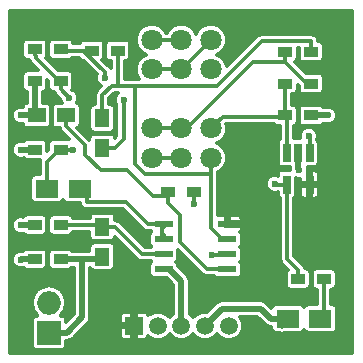
<source format=gtl>
G04 #@! TF.FileFunction,Copper,L1,Top,Signal*
%FSLAX46Y46*%
G04 Gerber Fmt 4.6, Leading zero omitted, Abs format (unit mm)*
G04 Created by KiCad (PCBNEW 4.0.4-1.fc24-product) date Mon Jan 15 09:24:07 2018*
%MOMM*%
%LPD*%
G01*
G04 APERTURE LIST*
%ADD10C,0.100000*%
%ADD11R,1.200000X0.900000*%
%ADD12O,1.998980X1.998980*%
%ADD13R,1.998980X1.998980*%
%ADD14R,1.250000X1.500000*%
%ADD15R,1.500000X1.250000*%
%ADD16R,0.650000X1.560000*%
%ADD17R,1.550000X0.600000*%
%ADD18R,1.500000X1.500000*%
%ADD19C,1.500000*%
%ADD20C,1.800000*%
%ADD21R,1.950720X1.501140*%
%ADD22C,0.600000*%
%ADD23C,0.300000*%
%ADD24C,0.500000*%
G04 APERTURE END LIST*
D10*
D11*
X164100000Y-115250000D03*
X161900000Y-115250000D03*
D12*
X140800000Y-117260000D03*
D13*
X140800000Y-119800000D03*
D14*
X145300000Y-110850000D03*
X145300000Y-113350000D03*
X145300000Y-101650000D03*
X145300000Y-104150000D03*
D15*
X142250000Y-101400000D03*
X139750000Y-101400000D03*
D11*
X139575000Y-113575000D03*
X141775000Y-113575000D03*
X139575000Y-110675000D03*
X141775000Y-110675000D03*
X139600000Y-104300000D03*
X141800000Y-104300000D03*
X150900000Y-107900000D03*
X153100000Y-107900000D03*
X141800000Y-95800000D03*
X139600000Y-95800000D03*
X139600000Y-98500000D03*
X141800000Y-98500000D03*
X146600000Y-95900000D03*
X144400000Y-95900000D03*
X160800000Y-96000000D03*
X163000000Y-96000000D03*
X160800000Y-98700000D03*
X163000000Y-98700000D03*
X160800000Y-101400000D03*
X163000000Y-101400000D03*
D16*
X162850000Y-104550000D03*
X161900000Y-104550000D03*
X160950000Y-104550000D03*
X160950000Y-107250000D03*
X162850000Y-107250000D03*
D17*
X150500000Y-110595000D03*
X150500000Y-111865000D03*
X150500000Y-113135000D03*
X150500000Y-114405000D03*
X155900000Y-114405000D03*
X155900000Y-113135000D03*
X155900000Y-111865000D03*
X155900000Y-110595000D03*
D18*
X148000000Y-119200000D03*
D19*
X150000000Y-119200000D03*
X152000000Y-119200000D03*
X154000000Y-119200000D03*
X156000000Y-119200000D03*
D20*
X154500000Y-105000000D03*
X152000000Y-105000000D03*
X149500000Y-105000000D03*
X149500000Y-95000000D03*
X152000000Y-95000000D03*
X154500000Y-95000000D03*
X149500000Y-97500000D03*
X152000000Y-97500000D03*
X154500000Y-97500000D03*
X149500000Y-102500000D03*
X152000000Y-102500000D03*
X154500000Y-102500000D03*
D21*
X143374140Y-107600000D03*
X140625860Y-107600000D03*
X161025860Y-118600000D03*
X163774140Y-118600000D03*
D22*
X147100000Y-100100000D03*
X138399998Y-110700000D03*
X138400000Y-113600000D03*
X164400000Y-101400000D03*
X138400000Y-101400000D03*
X138400000Y-104300000D03*
X162000000Y-106000000D03*
X153100000Y-108899994D03*
X145496600Y-98216200D03*
X154600000Y-113200000D03*
X142500000Y-99900000D03*
X142800000Y-104299994D03*
X162800000Y-103100000D03*
X159900000Y-107200000D03*
D23*
X145200000Y-110750000D02*
X145300000Y-110850000D01*
X145200000Y-110600000D02*
X145200000Y-110750000D01*
X145125000Y-110675000D02*
X145200000Y-110600000D01*
X141775000Y-110675000D02*
X145125000Y-110675000D01*
X148660000Y-113135000D02*
X150500000Y-113135000D01*
X146375000Y-110850000D02*
X148660000Y-113135000D01*
X145300000Y-110850000D02*
X146375000Y-110850000D01*
D24*
X141775000Y-113575000D02*
X143600000Y-113575000D01*
X143600000Y-113575000D02*
X145225000Y-113575000D01*
X140800000Y-119800000D02*
X142299490Y-119800000D01*
X142299490Y-119800000D02*
X143600000Y-118499490D01*
X143600000Y-118499490D02*
X143600000Y-113575000D01*
X145350000Y-113350000D02*
X145300000Y-113350000D01*
X145400000Y-113400000D02*
X145350000Y-113350000D01*
X145225000Y-113575000D02*
X145400000Y-113400000D01*
D23*
X144000000Y-108750000D02*
X144000000Y-107500000D01*
X147330000Y-108750000D02*
X144000000Y-108750000D01*
X149175000Y-110595000D02*
X147330000Y-108750000D01*
X150400000Y-110595000D02*
X149175000Y-110595000D01*
X150400000Y-110912000D02*
X150400000Y-110595000D01*
X150500000Y-110812000D02*
X150500000Y-110595000D01*
X150400000Y-110912000D02*
X150500000Y-110812000D01*
X150500000Y-111489000D02*
X150500000Y-111865000D01*
X150400000Y-111389000D02*
X150500000Y-111489000D01*
X150400000Y-111865000D02*
X150400000Y-111389000D01*
X150400000Y-111389000D02*
X150400000Y-110912000D01*
X160812300Y-96912600D02*
X159512600Y-96912600D01*
X159512600Y-96912600D02*
X159500000Y-96900000D01*
X159500000Y-96900000D02*
X158101998Y-96900000D01*
X158101998Y-96900000D02*
X152501998Y-102500000D01*
X152501998Y-102500000D02*
X152000000Y-102500000D01*
X152000000Y-102500000D02*
X149500000Y-102500000D01*
X160800000Y-96900300D02*
X160800000Y-96000000D01*
X160812300Y-96912600D02*
X160800000Y-96900300D01*
X162600000Y-98700000D02*
X160812300Y-96912600D01*
X163000000Y-98700000D02*
X162600000Y-98700000D01*
X155900000Y-111865000D02*
X155425000Y-111865000D01*
X155425000Y-111865000D02*
X154500000Y-110940000D01*
X154500000Y-110940000D02*
X154500000Y-106300000D01*
X154500000Y-106300000D02*
X154412300Y-106387700D01*
X154412300Y-106387700D02*
X148960200Y-106387700D01*
X148960200Y-106387700D02*
X148100000Y-105527500D01*
X148100000Y-105527500D02*
X148100000Y-98900000D01*
X163000000Y-96000000D02*
X163000000Y-95099700D01*
X163000000Y-95099700D02*
X158841200Y-95099700D01*
X158841200Y-95099700D02*
X155040900Y-98900000D01*
X155040900Y-98900000D02*
X148100000Y-98900000D01*
X147000000Y-98900000D02*
X148100000Y-98900000D01*
X147000000Y-98900000D02*
X146600000Y-98900000D01*
X146600000Y-98900000D02*
X146600000Y-95900000D01*
X145300000Y-101650000D02*
X145300000Y-99700000D01*
X145300000Y-99700000D02*
X146100000Y-98900000D01*
X146100000Y-98900000D02*
X147000000Y-98900000D01*
X154500000Y-106300000D02*
X154500000Y-105868100D01*
X154500000Y-105868100D02*
X154500000Y-105000000D01*
X149500000Y-97303200D02*
X149696800Y-97500000D01*
X149696800Y-97500000D02*
X151901600Y-97500000D01*
X151901600Y-97500000D02*
X152000000Y-97401600D01*
X145300000Y-104150000D02*
X146350000Y-104150000D01*
X146350000Y-104150000D02*
X147100000Y-103400000D01*
X147100000Y-103400000D02*
X147100000Y-100100000D01*
X149500000Y-97303200D02*
X149500000Y-97500000D01*
X152000000Y-97401600D02*
X152000000Y-97500000D01*
X152098400Y-97401600D02*
X154500000Y-95000000D01*
X152000000Y-97401600D02*
X152098400Y-97401600D01*
X149500000Y-97106400D02*
X149500000Y-97303200D01*
X142250000Y-102325000D02*
X142250000Y-101400000D01*
X143850000Y-103925000D02*
X142250000Y-102325000D01*
X143850000Y-104728000D02*
X143850000Y-103925000D01*
X145159000Y-106037000D02*
X143850000Y-104728000D01*
X147413000Y-106037000D02*
X145159000Y-106037000D01*
X149569000Y-108193000D02*
X147413000Y-106037000D01*
X150900000Y-108193000D02*
X149569000Y-108193000D01*
X150900000Y-107900000D02*
X150900000Y-108193000D01*
X154195000Y-114405000D02*
X155900000Y-114405000D01*
X151900000Y-112110000D02*
X154195000Y-114405000D01*
X151900000Y-109800000D02*
X151900000Y-112110000D01*
X150900000Y-108800000D02*
X151900000Y-109800000D01*
X150900000Y-108193000D02*
X150900000Y-108800000D01*
D24*
X138424998Y-110675000D02*
X138399998Y-110700000D01*
X139575000Y-110675000D02*
X138424998Y-110675000D01*
X138425000Y-113575000D02*
X138400000Y-113600000D01*
X139575000Y-113575000D02*
X138425000Y-113575000D01*
X163000000Y-101400000D02*
X164400000Y-101400000D01*
X139600000Y-101400000D02*
X139600000Y-98500000D01*
X139750000Y-101550000D02*
X139600000Y-101400000D01*
X139750000Y-101400000D02*
X139750000Y-101550000D01*
X138500000Y-104300000D02*
X138400000Y-104300000D01*
X139750000Y-101400000D02*
X139600000Y-101400000D01*
X139600000Y-101400000D02*
X138400000Y-101400000D01*
X139600000Y-104300000D02*
X138924000Y-104300000D01*
X138924000Y-104300000D02*
X138500000Y-104300000D01*
X138924000Y-104300000D02*
X138500000Y-104300000D01*
X138500000Y-104300000D02*
X138400000Y-104300000D01*
X154000000Y-119200000D02*
X155450000Y-117750000D01*
X155450000Y-117750000D02*
X158700500Y-117750000D01*
X158700500Y-117750000D02*
X159550500Y-118600000D01*
X159550500Y-118600000D02*
X161025860Y-118600000D01*
X160500000Y-118400000D02*
X160500000Y-119200000D01*
D23*
X164100000Y-115250000D02*
X164100000Y-118274140D01*
X164100000Y-118274140D02*
X163774140Y-118600000D01*
X164500000Y-118400000D02*
X164400000Y-118400000D01*
D24*
X162000000Y-106000000D02*
X161900000Y-105900000D01*
X161900000Y-105900000D02*
X161900000Y-104550000D01*
X152000000Y-119200000D02*
X152000000Y-115430000D01*
X152000000Y-115430000D02*
X150975000Y-114405000D01*
X150975000Y-114405000D02*
X150500000Y-114405000D01*
X150400000Y-114405000D02*
X150500000Y-114405000D01*
D23*
X153100000Y-107900000D02*
X153100000Y-108899994D01*
X160800000Y-101400000D02*
X160950000Y-101550000D01*
X160950000Y-101550000D02*
X160950000Y-104550000D01*
X160450000Y-101500000D02*
X155500000Y-101500000D01*
X155500000Y-101500000D02*
X154500000Y-102500000D01*
X160800000Y-101400000D02*
X160800000Y-98700000D01*
X149500000Y-105000000D02*
X152000000Y-105000000D01*
X144400000Y-95900000D02*
X143672000Y-95900000D01*
X141900000Y-95800000D02*
X141800000Y-95800000D01*
X142000000Y-95900000D02*
X141900000Y-95800000D01*
X143672000Y-95900000D02*
X142000000Y-95900000D01*
X145496600Y-97724600D02*
X145496600Y-98216200D01*
X143672000Y-95900000D02*
X145496600Y-97724600D01*
X152000000Y-95000000D02*
X149500000Y-95000000D01*
X141800000Y-99200000D02*
X141800000Y-98500000D01*
X142500000Y-99900000D02*
X141800000Y-99200000D01*
X141800000Y-98650000D02*
X141800000Y-98500000D01*
X139700000Y-96550000D02*
X141800000Y-98650000D01*
X139700000Y-96400000D02*
X139700000Y-96550000D01*
X139600000Y-96300000D02*
X139700000Y-96400000D01*
X139600000Y-95800000D02*
X139600000Y-96300000D01*
X155800000Y-113135000D02*
X155768000Y-113168000D01*
X155735000Y-113200000D02*
X154600000Y-113200000D01*
X155768000Y-113168000D02*
X155735000Y-113200000D01*
X155868000Y-113168000D02*
X155900000Y-113135000D01*
X155768000Y-113168000D02*
X155868000Y-113168000D01*
X140625860Y-107600000D02*
X140625860Y-105324140D01*
X140625860Y-105324140D02*
X141650000Y-104300000D01*
X141650000Y-104300000D02*
X141800000Y-104300000D01*
X142799994Y-104300000D02*
X142800000Y-104299994D01*
X141800000Y-104300000D02*
X142799994Y-104300000D01*
X161900000Y-115250000D02*
X161900000Y-114500000D01*
X161900000Y-114500000D02*
X160950000Y-113550000D01*
X160950000Y-113550000D02*
X160950000Y-107250000D01*
X160950000Y-107250000D02*
X159950000Y-107250000D01*
X159950000Y-107250000D02*
X159900000Y-107200000D01*
X162850000Y-103150000D02*
X162800000Y-103100000D01*
X162850000Y-104550000D02*
X162850000Y-103150000D01*
X162850000Y-104550000D02*
X162850000Y-104750000D01*
X162850000Y-104750000D02*
X162900000Y-104800000D01*
G36*
X166475000Y-121475000D02*
X137525000Y-121475000D01*
X137525000Y-118800510D01*
X139341694Y-118800510D01*
X139341694Y-120799490D01*
X139373072Y-120966250D01*
X139471627Y-121119409D01*
X139622005Y-121222158D01*
X139800510Y-121258306D01*
X141799490Y-121258306D01*
X141966250Y-121226928D01*
X142119409Y-121128373D01*
X142222158Y-120977995D01*
X142258306Y-120799490D01*
X142258306Y-120500000D01*
X142299490Y-120500000D01*
X142567369Y-120446716D01*
X142794465Y-120294975D01*
X143626940Y-119462500D01*
X146800000Y-119462500D01*
X146800000Y-120039510D01*
X146868508Y-120204904D01*
X146995095Y-120331491D01*
X147160489Y-120400000D01*
X147737500Y-120400000D01*
X147850000Y-120287500D01*
X147850000Y-119350000D01*
X146912500Y-119350000D01*
X146800000Y-119462500D01*
X143626940Y-119462500D01*
X144094975Y-118994465D01*
X144246716Y-118767369D01*
X144300000Y-118499490D01*
X144300000Y-118360490D01*
X146800000Y-118360490D01*
X146800000Y-118937500D01*
X146912500Y-119050000D01*
X147850000Y-119050000D01*
X147850000Y-118112500D01*
X147737500Y-118000000D01*
X147160489Y-118000000D01*
X146995095Y-118068509D01*
X146868508Y-118195096D01*
X146800000Y-118360490D01*
X144300000Y-118360490D01*
X144300000Y-114348251D01*
X144346117Y-114419919D01*
X144496495Y-114522668D01*
X144675000Y-114558816D01*
X145925000Y-114558816D01*
X146091760Y-114527438D01*
X146244919Y-114428883D01*
X146347668Y-114278505D01*
X146383816Y-114100000D01*
X146383816Y-112600000D01*
X146352438Y-112433240D01*
X146253883Y-112280081D01*
X146103505Y-112177332D01*
X145925000Y-112141184D01*
X144675000Y-112141184D01*
X144508240Y-112172562D01*
X144355081Y-112271117D01*
X144252332Y-112421495D01*
X144216184Y-112600000D01*
X144216184Y-112875000D01*
X142748875Y-112875000D01*
X142703883Y-112805081D01*
X142553505Y-112702332D01*
X142375000Y-112666184D01*
X141175000Y-112666184D01*
X141008240Y-112697562D01*
X140855081Y-112796117D01*
X140752332Y-112946495D01*
X140716184Y-113125000D01*
X140716184Y-114025000D01*
X140747562Y-114191760D01*
X140846117Y-114344919D01*
X140996495Y-114447668D01*
X141175000Y-114483816D01*
X142375000Y-114483816D01*
X142541760Y-114452438D01*
X142694919Y-114353883D01*
X142748818Y-114275000D01*
X142900000Y-114275000D01*
X142900000Y-118209540D01*
X142258306Y-118851234D01*
X142258306Y-118800510D01*
X142226928Y-118633750D01*
X142128373Y-118480591D01*
X141977995Y-118377842D01*
X141799490Y-118341694D01*
X141782511Y-118341694D01*
X141824944Y-118313341D01*
X142139154Y-117843093D01*
X142249490Y-117288397D01*
X142249490Y-117231603D01*
X142139154Y-116676907D01*
X141824944Y-116206659D01*
X141354696Y-115892449D01*
X140800000Y-115782113D01*
X140245304Y-115892449D01*
X139775056Y-116206659D01*
X139460846Y-116676907D01*
X139350510Y-117231603D01*
X139350510Y-117288397D01*
X139460846Y-117843093D01*
X139775056Y-118313341D01*
X139817489Y-118341694D01*
X139800510Y-118341694D01*
X139633750Y-118373072D01*
X139480591Y-118471627D01*
X139377842Y-118622005D01*
X139341694Y-118800510D01*
X137525000Y-118800510D01*
X137525000Y-113748530D01*
X137649870Y-113748530D01*
X137763811Y-114024286D01*
X137974605Y-114235448D01*
X138250161Y-114349869D01*
X138548530Y-114350130D01*
X138628269Y-114317182D01*
X138646117Y-114344919D01*
X138796495Y-114447668D01*
X138975000Y-114483816D01*
X140175000Y-114483816D01*
X140341760Y-114452438D01*
X140494919Y-114353883D01*
X140597668Y-114203505D01*
X140633816Y-114025000D01*
X140633816Y-113125000D01*
X140602438Y-112958240D01*
X140503883Y-112805081D01*
X140353505Y-112702332D01*
X140175000Y-112666184D01*
X138975000Y-112666184D01*
X138808240Y-112697562D01*
X138655081Y-112796117D01*
X138603072Y-112872235D01*
X138549839Y-112850131D01*
X138251470Y-112849870D01*
X137975714Y-112963811D01*
X137764552Y-113174605D01*
X137650131Y-113450161D01*
X137649870Y-113748530D01*
X137525000Y-113748530D01*
X137525000Y-110848530D01*
X137649868Y-110848530D01*
X137763809Y-111124286D01*
X137974603Y-111335448D01*
X138250159Y-111449869D01*
X138548528Y-111450130D01*
X138628269Y-111417182D01*
X138646117Y-111444919D01*
X138796495Y-111547668D01*
X138975000Y-111583816D01*
X140175000Y-111583816D01*
X140341760Y-111552438D01*
X140494919Y-111453883D01*
X140597668Y-111303505D01*
X140633816Y-111125000D01*
X140633816Y-110225000D01*
X140602438Y-110058240D01*
X140503883Y-109905081D01*
X140353505Y-109802332D01*
X140175000Y-109766184D01*
X138975000Y-109766184D01*
X138808240Y-109797562D01*
X138655081Y-109896117D01*
X138603071Y-109972236D01*
X138549837Y-109950131D01*
X138251468Y-109949870D01*
X137975712Y-110063811D01*
X137764550Y-110274605D01*
X137650129Y-110550161D01*
X137649868Y-110848530D01*
X137525000Y-110848530D01*
X137525000Y-101548530D01*
X137649870Y-101548530D01*
X137763811Y-101824286D01*
X137974605Y-102035448D01*
X138250161Y-102149869D01*
X138548530Y-102150130D01*
X138563560Y-102143920D01*
X138572562Y-102191760D01*
X138671117Y-102344919D01*
X138821495Y-102447668D01*
X139000000Y-102483816D01*
X140500000Y-102483816D01*
X140666760Y-102452438D01*
X140819919Y-102353883D01*
X140922668Y-102203505D01*
X140958816Y-102025000D01*
X140958816Y-100775000D01*
X140927438Y-100608240D01*
X140828883Y-100455081D01*
X140678505Y-100352332D01*
X140500000Y-100316184D01*
X140300000Y-100316184D01*
X140300000Y-99390000D01*
X140366760Y-99377438D01*
X140519919Y-99278883D01*
X140622668Y-99128505D01*
X140658816Y-98950000D01*
X140658816Y-98357344D01*
X140741184Y-98439712D01*
X140741184Y-98950000D01*
X140772562Y-99116760D01*
X140871117Y-99269919D01*
X141021495Y-99372668D01*
X141200000Y-99408816D01*
X141241536Y-99408816D01*
X141245672Y-99429610D01*
X141375736Y-99624264D01*
X141749914Y-99998442D01*
X141749870Y-100048530D01*
X141860463Y-100316184D01*
X141500000Y-100316184D01*
X141333240Y-100347562D01*
X141180081Y-100446117D01*
X141077332Y-100596495D01*
X141041184Y-100775000D01*
X141041184Y-102025000D01*
X141072562Y-102191760D01*
X141171117Y-102344919D01*
X141321495Y-102447668D01*
X141500000Y-102483816D01*
X141681590Y-102483816D01*
X141695672Y-102554610D01*
X141825736Y-102749264D01*
X142484836Y-103408364D01*
X142400000Y-103391184D01*
X141200000Y-103391184D01*
X141033240Y-103422562D01*
X140880081Y-103521117D01*
X140777332Y-103671495D01*
X140741184Y-103850000D01*
X140741184Y-104360288D01*
X140658816Y-104442656D01*
X140658816Y-103850000D01*
X140627438Y-103683240D01*
X140528883Y-103530081D01*
X140378505Y-103427332D01*
X140200000Y-103391184D01*
X139000000Y-103391184D01*
X138833240Y-103422562D01*
X138680081Y-103521117D01*
X138635853Y-103585847D01*
X138549839Y-103550131D01*
X138251470Y-103549870D01*
X137975714Y-103663811D01*
X137764552Y-103874605D01*
X137650131Y-104150161D01*
X137649870Y-104448530D01*
X137763811Y-104724286D01*
X137974605Y-104935448D01*
X138250161Y-105049869D01*
X138548530Y-105050130D01*
X138635310Y-105014273D01*
X138671117Y-105069919D01*
X138821495Y-105172668D01*
X139000000Y-105208816D01*
X140048799Y-105208816D01*
X140025860Y-105324140D01*
X140025860Y-106390614D01*
X139650500Y-106390614D01*
X139483740Y-106421992D01*
X139330581Y-106520547D01*
X139227832Y-106670925D01*
X139191684Y-106849430D01*
X139191684Y-108350570D01*
X139223062Y-108517330D01*
X139321617Y-108670489D01*
X139471995Y-108773238D01*
X139650500Y-108809386D01*
X141601220Y-108809386D01*
X141767980Y-108778008D01*
X141921139Y-108679453D01*
X142000719Y-108562984D01*
X142069897Y-108670489D01*
X142220275Y-108773238D01*
X142398780Y-108809386D01*
X143411813Y-108809386D01*
X143445672Y-108979610D01*
X143575736Y-109174264D01*
X143770390Y-109304328D01*
X144000000Y-109350000D01*
X147081472Y-109350000D01*
X148750736Y-111019264D01*
X148945390Y-111149328D01*
X149175000Y-111195000D01*
X149383299Y-111195000D01*
X149396117Y-111214919D01*
X149416442Y-111228806D01*
X149405081Y-111236117D01*
X149302332Y-111386495D01*
X149266184Y-111565000D01*
X149266184Y-112165000D01*
X149297562Y-112331760D01*
X149396117Y-112484919D01*
X149416442Y-112498806D01*
X149405081Y-112506117D01*
X149385346Y-112535000D01*
X148908528Y-112535000D01*
X146799264Y-110425736D01*
X146604610Y-110295672D01*
X146383816Y-110251754D01*
X146383816Y-110100000D01*
X146352438Y-109933240D01*
X146253883Y-109780081D01*
X146103505Y-109677332D01*
X145925000Y-109641184D01*
X144675000Y-109641184D01*
X144508240Y-109672562D01*
X144355081Y-109771117D01*
X144252332Y-109921495D01*
X144221247Y-110075000D01*
X142805592Y-110075000D01*
X142802438Y-110058240D01*
X142703883Y-109905081D01*
X142553505Y-109802332D01*
X142375000Y-109766184D01*
X141175000Y-109766184D01*
X141008240Y-109797562D01*
X140855081Y-109896117D01*
X140752332Y-110046495D01*
X140716184Y-110225000D01*
X140716184Y-111125000D01*
X140747562Y-111291760D01*
X140846117Y-111444919D01*
X140996495Y-111547668D01*
X141175000Y-111583816D01*
X142375000Y-111583816D01*
X142541760Y-111552438D01*
X142694919Y-111453883D01*
X142797668Y-111303505D01*
X142803440Y-111275000D01*
X144216184Y-111275000D01*
X144216184Y-111600000D01*
X144247562Y-111766760D01*
X144346117Y-111919919D01*
X144496495Y-112022668D01*
X144675000Y-112058816D01*
X145925000Y-112058816D01*
X146091760Y-112027438D01*
X146244919Y-111928883D01*
X146347668Y-111778505D01*
X146365739Y-111689267D01*
X148235736Y-113559264D01*
X148430390Y-113689328D01*
X148660000Y-113735000D01*
X149383299Y-113735000D01*
X149396117Y-113754919D01*
X149416442Y-113768806D01*
X149405081Y-113776117D01*
X149302332Y-113926495D01*
X149266184Y-114105000D01*
X149266184Y-114705000D01*
X149297562Y-114871760D01*
X149396117Y-115024919D01*
X149546495Y-115127668D01*
X149725000Y-115163816D01*
X150743866Y-115163816D01*
X151300000Y-115719950D01*
X151300000Y-118203203D01*
X150999735Y-118502943D01*
X150680633Y-118183283D01*
X150239742Y-118000209D01*
X149762353Y-117999793D01*
X149321143Y-118182097D01*
X149183161Y-118319838D01*
X149131492Y-118195096D01*
X149004905Y-118068509D01*
X148839511Y-118000000D01*
X148262500Y-118000000D01*
X148150000Y-118112500D01*
X148150000Y-119050000D01*
X148170000Y-119050000D01*
X148170000Y-119350000D01*
X148150000Y-119350000D01*
X148150000Y-120287500D01*
X148262500Y-120400000D01*
X148839511Y-120400000D01*
X149004905Y-120331491D01*
X149131492Y-120204904D01*
X149183129Y-120080241D01*
X149319367Y-120216717D01*
X149760258Y-120399791D01*
X150237647Y-120400207D01*
X150678857Y-120217903D01*
X151000265Y-119897057D01*
X151319367Y-120216717D01*
X151760258Y-120399791D01*
X152237647Y-120400207D01*
X152678857Y-120217903D01*
X153000265Y-119897057D01*
X153319367Y-120216717D01*
X153760258Y-120399791D01*
X154237647Y-120400207D01*
X154678857Y-120217903D01*
X155000265Y-119897057D01*
X155319367Y-120216717D01*
X155760258Y-120399791D01*
X156237647Y-120400207D01*
X156678857Y-120217903D01*
X157016717Y-119880633D01*
X157199791Y-119439742D01*
X157200207Y-118962353D01*
X157017903Y-118521143D01*
X156946884Y-118450000D01*
X158410550Y-118450000D01*
X159055523Y-119094972D01*
X159055525Y-119094975D01*
X159132198Y-119146206D01*
X159282621Y-119246716D01*
X159550500Y-119300001D01*
X159550505Y-119300000D01*
X159591684Y-119300000D01*
X159591684Y-119350570D01*
X159623062Y-119517330D01*
X159721617Y-119670489D01*
X159871995Y-119773238D01*
X160050500Y-119809386D01*
X160176254Y-119809386D01*
X160232122Y-119846716D01*
X160500000Y-119900000D01*
X160767878Y-119846716D01*
X160823746Y-119809386D01*
X162001220Y-119809386D01*
X162167980Y-119778008D01*
X162321139Y-119679453D01*
X162400719Y-119562984D01*
X162469897Y-119670489D01*
X162620275Y-119773238D01*
X162798780Y-119809386D01*
X164749500Y-119809386D01*
X164916260Y-119778008D01*
X165069419Y-119679453D01*
X165172168Y-119529075D01*
X165208316Y-119350570D01*
X165208316Y-117849430D01*
X165176938Y-117682670D01*
X165078383Y-117529511D01*
X164928005Y-117426762D01*
X164749500Y-117390614D01*
X164700000Y-117390614D01*
X164700000Y-116158816D01*
X164866760Y-116127438D01*
X165019919Y-116028883D01*
X165122668Y-115878505D01*
X165158816Y-115700000D01*
X165158816Y-114800000D01*
X165127438Y-114633240D01*
X165028883Y-114480081D01*
X164878505Y-114377332D01*
X164700000Y-114341184D01*
X163500000Y-114341184D01*
X163333240Y-114372562D01*
X163180081Y-114471117D01*
X163077332Y-114621495D01*
X163041184Y-114800000D01*
X163041184Y-115700000D01*
X163072562Y-115866760D01*
X163171117Y-116019919D01*
X163321495Y-116122668D01*
X163500000Y-116158816D01*
X163500000Y-117390614D01*
X162798780Y-117390614D01*
X162632020Y-117421992D01*
X162478861Y-117520547D01*
X162399281Y-117637016D01*
X162330103Y-117529511D01*
X162179725Y-117426762D01*
X162001220Y-117390614D01*
X160050500Y-117390614D01*
X159883740Y-117421992D01*
X159730581Y-117520547D01*
X159627832Y-117670925D01*
X159625061Y-117684611D01*
X159195475Y-117255025D01*
X158968379Y-117103284D01*
X158700500Y-117050000D01*
X155450005Y-117050000D01*
X155450000Y-117049999D01*
X155182121Y-117103284D01*
X154955025Y-117255025D01*
X154209867Y-118000183D01*
X153762353Y-117999793D01*
X153321143Y-118182097D01*
X152999735Y-118502943D01*
X152700000Y-118202684D01*
X152700000Y-115430000D01*
X152646716Y-115162122D01*
X152646716Y-115162121D01*
X152494975Y-114935025D01*
X151733816Y-114173866D01*
X151733816Y-114105000D01*
X151702438Y-113938240D01*
X151603883Y-113785081D01*
X151583558Y-113771194D01*
X151594919Y-113763883D01*
X151697668Y-113613505D01*
X151733816Y-113435000D01*
X151733816Y-112835000D01*
X151723929Y-112782457D01*
X153770736Y-114829264D01*
X153965390Y-114959328D01*
X154195000Y-115005000D01*
X154783299Y-115005000D01*
X154796117Y-115024919D01*
X154946495Y-115127668D01*
X155125000Y-115163816D01*
X156675000Y-115163816D01*
X156841760Y-115132438D01*
X156994919Y-115033883D01*
X157097668Y-114883505D01*
X157133816Y-114705000D01*
X157133816Y-114105000D01*
X157102438Y-113938240D01*
X157003883Y-113785081D01*
X156983558Y-113771194D01*
X156994919Y-113763883D01*
X157097668Y-113613505D01*
X157133816Y-113435000D01*
X157133816Y-112835000D01*
X157102438Y-112668240D01*
X157003883Y-112515081D01*
X156983558Y-112501194D01*
X156994919Y-112493883D01*
X157097668Y-112343505D01*
X157133816Y-112165000D01*
X157133816Y-111565000D01*
X157102438Y-111398240D01*
X157003883Y-111245081D01*
X156978594Y-111227802D01*
X157056492Y-111149904D01*
X157125000Y-110984510D01*
X157125000Y-110857500D01*
X157012500Y-110745000D01*
X156050000Y-110745000D01*
X156050000Y-110765000D01*
X155750000Y-110765000D01*
X155750000Y-110745000D01*
X155730000Y-110745000D01*
X155730000Y-110445000D01*
X155750000Y-110445000D01*
X155750000Y-109957500D01*
X156050000Y-109957500D01*
X156050000Y-110445000D01*
X157012500Y-110445000D01*
X157125000Y-110332500D01*
X157125000Y-110205490D01*
X157056492Y-110040096D01*
X156929905Y-109913509D01*
X156764511Y-109845000D01*
X156162500Y-109845000D01*
X156050000Y-109957500D01*
X155750000Y-109957500D01*
X155637500Y-109845000D01*
X155100000Y-109845000D01*
X155100000Y-106212787D01*
X155263715Y-106145142D01*
X155643807Y-105765712D01*
X155849765Y-105269710D01*
X155850234Y-104732647D01*
X155645142Y-104236285D01*
X155265712Y-103856193D01*
X155009955Y-103749993D01*
X155263715Y-103645142D01*
X155643807Y-103265712D01*
X155849765Y-102769710D01*
X155850234Y-102232647D01*
X155795426Y-102100000D01*
X159826125Y-102100000D01*
X159871117Y-102169919D01*
X160021495Y-102272668D01*
X160200000Y-102308816D01*
X160350000Y-102308816D01*
X160350000Y-103412212D01*
X160305081Y-103441117D01*
X160202332Y-103591495D01*
X160166184Y-103770000D01*
X160166184Y-105330000D01*
X160197562Y-105496760D01*
X160296117Y-105649919D01*
X160446495Y-105752668D01*
X160625000Y-105788816D01*
X161200000Y-105788816D01*
X161200000Y-105900000D01*
X161222116Y-106011184D01*
X160625000Y-106011184D01*
X160458240Y-106042562D01*
X160305081Y-106141117D01*
X160202332Y-106291495D01*
X160166184Y-106470000D01*
X160166184Y-106498442D01*
X160049839Y-106450131D01*
X159751470Y-106449870D01*
X159475714Y-106563811D01*
X159264552Y-106774605D01*
X159150131Y-107050161D01*
X159149870Y-107348530D01*
X159263811Y-107624286D01*
X159474605Y-107835448D01*
X159750161Y-107949869D01*
X160048530Y-107950130D01*
X160166184Y-107901516D01*
X160166184Y-108030000D01*
X160197562Y-108196760D01*
X160296117Y-108349919D01*
X160350000Y-108386736D01*
X160350000Y-113550000D01*
X160395672Y-113779610D01*
X160525736Y-113974264D01*
X161005946Y-114454474D01*
X160980081Y-114471117D01*
X160877332Y-114621495D01*
X160841184Y-114800000D01*
X160841184Y-115700000D01*
X160872562Y-115866760D01*
X160971117Y-116019919D01*
X161121495Y-116122668D01*
X161300000Y-116158816D01*
X162500000Y-116158816D01*
X162666760Y-116127438D01*
X162819919Y-116028883D01*
X162922668Y-115878505D01*
X162958816Y-115700000D01*
X162958816Y-114800000D01*
X162927438Y-114633240D01*
X162828883Y-114480081D01*
X162678505Y-114377332D01*
X162500000Y-114341184D01*
X162468410Y-114341184D01*
X162454328Y-114270390D01*
X162324264Y-114075736D01*
X161550000Y-113301472D01*
X161550000Y-108387788D01*
X161594919Y-108358883D01*
X161697668Y-108208505D01*
X161733816Y-108030000D01*
X161733816Y-107512500D01*
X162075000Y-107512500D01*
X162075000Y-108119511D01*
X162143509Y-108284905D01*
X162270096Y-108411492D01*
X162435490Y-108480000D01*
X162587500Y-108480000D01*
X162700000Y-108367500D01*
X162700000Y-107400000D01*
X163000000Y-107400000D01*
X163000000Y-108367500D01*
X163112500Y-108480000D01*
X163264510Y-108480000D01*
X163429904Y-108411492D01*
X163556491Y-108284905D01*
X163625000Y-108119511D01*
X163625000Y-107512500D01*
X163512500Y-107400000D01*
X163000000Y-107400000D01*
X162700000Y-107400000D01*
X162187500Y-107400000D01*
X162075000Y-107512500D01*
X161733816Y-107512500D01*
X161733816Y-106701558D01*
X161850161Y-106749869D01*
X162075000Y-106750066D01*
X162075000Y-106987500D01*
X162187500Y-107100000D01*
X162700000Y-107100000D01*
X162700000Y-106269937D01*
X162749869Y-106149839D01*
X162749884Y-106132500D01*
X163000000Y-106132500D01*
X163000000Y-107100000D01*
X163512500Y-107100000D01*
X163625000Y-106987500D01*
X163625000Y-106380489D01*
X163556491Y-106215095D01*
X163429904Y-106088508D01*
X163264510Y-106020000D01*
X163112500Y-106020000D01*
X163000000Y-106132500D01*
X162749884Y-106132500D01*
X162750130Y-105851470D01*
X162724242Y-105788816D01*
X163175000Y-105788816D01*
X163341760Y-105757438D01*
X163494919Y-105658883D01*
X163597668Y-105508505D01*
X163633816Y-105330000D01*
X163633816Y-103770000D01*
X163602438Y-103603240D01*
X163503883Y-103450081D01*
X163474934Y-103430301D01*
X163549869Y-103249839D01*
X163550130Y-102951470D01*
X163436189Y-102675714D01*
X163225395Y-102464552D01*
X162949839Y-102350131D01*
X162651470Y-102349870D01*
X162375714Y-102463811D01*
X162164552Y-102674605D01*
X162050131Y-102950161D01*
X162049870Y-103248530D01*
X162075758Y-103311184D01*
X161575000Y-103311184D01*
X161550000Y-103315888D01*
X161550000Y-102280592D01*
X161566760Y-102277438D01*
X161719919Y-102178883D01*
X161822668Y-102028505D01*
X161858816Y-101850000D01*
X161858816Y-100950000D01*
X161941184Y-100950000D01*
X161941184Y-101850000D01*
X161972562Y-102016760D01*
X162071117Y-102169919D01*
X162221495Y-102272668D01*
X162400000Y-102308816D01*
X163600000Y-102308816D01*
X163766760Y-102277438D01*
X163919919Y-102178883D01*
X163973818Y-102100000D01*
X164130063Y-102100000D01*
X164250161Y-102149869D01*
X164548530Y-102150130D01*
X164824286Y-102036189D01*
X165035448Y-101825395D01*
X165149869Y-101549839D01*
X165150130Y-101251470D01*
X165036189Y-100975714D01*
X164825395Y-100764552D01*
X164549839Y-100650131D01*
X164251470Y-100649870D01*
X164130147Y-100700000D01*
X163973875Y-100700000D01*
X163928883Y-100630081D01*
X163778505Y-100527332D01*
X163600000Y-100491184D01*
X162400000Y-100491184D01*
X162233240Y-100522562D01*
X162080081Y-100621117D01*
X161977332Y-100771495D01*
X161941184Y-100950000D01*
X161858816Y-100950000D01*
X161827438Y-100783240D01*
X161728883Y-100630081D01*
X161578505Y-100527332D01*
X161400000Y-100491184D01*
X161400000Y-99608816D01*
X161566760Y-99577438D01*
X161719919Y-99478883D01*
X161822668Y-99328505D01*
X161858816Y-99150000D01*
X161858816Y-98807397D01*
X161941184Y-98889751D01*
X161941184Y-99150000D01*
X161972562Y-99316760D01*
X162071117Y-99469919D01*
X162221495Y-99572668D01*
X162400000Y-99608816D01*
X163600000Y-99608816D01*
X163766760Y-99577438D01*
X163919919Y-99478883D01*
X164022668Y-99328505D01*
X164058816Y-99150000D01*
X164058816Y-98250000D01*
X164027438Y-98083240D01*
X163928883Y-97930081D01*
X163778505Y-97827332D01*
X163600000Y-97791184D01*
X162539631Y-97791184D01*
X161602640Y-96854350D01*
X161719919Y-96778883D01*
X161822668Y-96628505D01*
X161858816Y-96450000D01*
X161858816Y-95699700D01*
X161941184Y-95699700D01*
X161941184Y-96450000D01*
X161972562Y-96616760D01*
X162071117Y-96769919D01*
X162221495Y-96872668D01*
X162400000Y-96908816D01*
X163600000Y-96908816D01*
X163766760Y-96877438D01*
X163919919Y-96778883D01*
X164022668Y-96628505D01*
X164058816Y-96450000D01*
X164058816Y-95550000D01*
X164027438Y-95383240D01*
X163928883Y-95230081D01*
X163778505Y-95127332D01*
X163600000Y-95091184D01*
X163598306Y-95091184D01*
X163554328Y-94870090D01*
X163424264Y-94675436D01*
X163229610Y-94545372D01*
X163000000Y-94499700D01*
X158841200Y-94499700D01*
X158611590Y-94545372D01*
X158416936Y-94675436D01*
X155850226Y-97242146D01*
X155850234Y-97232647D01*
X155645142Y-96736285D01*
X155265712Y-96356193D01*
X155009955Y-96249993D01*
X155263715Y-96145142D01*
X155643807Y-95765712D01*
X155849765Y-95269710D01*
X155850234Y-94732647D01*
X155645142Y-94236285D01*
X155265712Y-93856193D01*
X154769710Y-93650235D01*
X154232647Y-93649766D01*
X153736285Y-93854858D01*
X153356193Y-94234288D01*
X153249993Y-94490045D01*
X153145142Y-94236285D01*
X152765712Y-93856193D01*
X152269710Y-93650235D01*
X151732647Y-93649766D01*
X151236285Y-93854858D01*
X150856193Y-94234288D01*
X150787383Y-94400000D01*
X150712787Y-94400000D01*
X150645142Y-94236285D01*
X150265712Y-93856193D01*
X149769710Y-93650235D01*
X149232647Y-93649766D01*
X148736285Y-93854858D01*
X148356193Y-94234288D01*
X148150235Y-94730290D01*
X148149766Y-95267353D01*
X148354858Y-95763715D01*
X148734288Y-96143807D01*
X148990045Y-96250007D01*
X148736285Y-96354858D01*
X148356193Y-96734288D01*
X148150235Y-97230290D01*
X148149766Y-97767353D01*
X148354858Y-98263715D01*
X148391080Y-98300000D01*
X147200000Y-98300000D01*
X147200000Y-96808816D01*
X147366760Y-96777438D01*
X147519919Y-96678883D01*
X147622668Y-96528505D01*
X147658816Y-96350000D01*
X147658816Y-95450000D01*
X147627438Y-95283240D01*
X147528883Y-95130081D01*
X147378505Y-95027332D01*
X147200000Y-94991184D01*
X146000000Y-94991184D01*
X145833240Y-95022562D01*
X145680081Y-95121117D01*
X145577332Y-95271495D01*
X145541184Y-95450000D01*
X145541184Y-96350000D01*
X145572562Y-96516760D01*
X145671117Y-96669919D01*
X145821495Y-96772668D01*
X146000000Y-96808816D01*
X146000000Y-97418771D01*
X145920864Y-97300336D01*
X145307441Y-96686913D01*
X145319919Y-96678883D01*
X145422668Y-96528505D01*
X145458816Y-96350000D01*
X145458816Y-95450000D01*
X145427438Y-95283240D01*
X145328883Y-95130081D01*
X145178505Y-95027332D01*
X145000000Y-94991184D01*
X143800000Y-94991184D01*
X143633240Y-95022562D01*
X143480081Y-95121117D01*
X143377332Y-95271495D01*
X143371560Y-95300000D01*
X142849408Y-95300000D01*
X142827438Y-95183240D01*
X142728883Y-95030081D01*
X142578505Y-94927332D01*
X142400000Y-94891184D01*
X141200000Y-94891184D01*
X141033240Y-94922562D01*
X140880081Y-95021117D01*
X140777332Y-95171495D01*
X140741184Y-95350000D01*
X140741184Y-96250000D01*
X140772562Y-96416760D01*
X140871117Y-96569919D01*
X141021495Y-96672668D01*
X141200000Y-96708816D01*
X142400000Y-96708816D01*
X142566760Y-96677438D01*
X142719919Y-96578883D01*
X142773818Y-96500000D01*
X143369408Y-96500000D01*
X143372562Y-96516760D01*
X143471117Y-96669919D01*
X143621495Y-96772668D01*
X143715094Y-96791622D01*
X144818058Y-97894586D01*
X144746731Y-98066361D01*
X144746470Y-98364730D01*
X144860411Y-98640486D01*
X145071205Y-98851648D01*
X145232746Y-98918726D01*
X144875736Y-99275736D01*
X144745672Y-99470390D01*
X144700000Y-99700000D01*
X144700000Y-100441184D01*
X144675000Y-100441184D01*
X144508240Y-100472562D01*
X144355081Y-100571117D01*
X144252332Y-100721495D01*
X144216184Y-100900000D01*
X144216184Y-102400000D01*
X144247562Y-102566760D01*
X144346117Y-102719919D01*
X144496495Y-102822668D01*
X144675000Y-102858816D01*
X145925000Y-102858816D01*
X146091760Y-102827438D01*
X146244919Y-102728883D01*
X146347668Y-102578505D01*
X146383816Y-102400000D01*
X146383816Y-100900000D01*
X146352438Y-100733240D01*
X146253883Y-100580081D01*
X146103505Y-100477332D01*
X145925000Y-100441184D01*
X145900000Y-100441184D01*
X145900000Y-99948528D01*
X146348528Y-99500000D01*
X146639462Y-99500000D01*
X146464552Y-99674605D01*
X146350131Y-99950161D01*
X146349870Y-100248530D01*
X146463811Y-100524286D01*
X146500000Y-100560538D01*
X146500000Y-103151472D01*
X146362857Y-103288615D01*
X146352438Y-103233240D01*
X146253883Y-103080081D01*
X146103505Y-102977332D01*
X145925000Y-102941184D01*
X144675000Y-102941184D01*
X144508240Y-102972562D01*
X144355081Y-103071117D01*
X144252332Y-103221495D01*
X144216184Y-103400000D01*
X144216184Y-103442656D01*
X143202785Y-102429257D01*
X143319919Y-102353883D01*
X143422668Y-102203505D01*
X143458816Y-102025000D01*
X143458816Y-100775000D01*
X143427438Y-100608240D01*
X143328883Y-100455081D01*
X143178505Y-100352332D01*
X143120276Y-100340540D01*
X143135448Y-100325395D01*
X143249869Y-100049839D01*
X143250130Y-99751470D01*
X143136189Y-99475714D01*
X142925395Y-99264552D01*
X142772960Y-99201255D01*
X142822668Y-99128505D01*
X142858816Y-98950000D01*
X142858816Y-98050000D01*
X142827438Y-97883240D01*
X142728883Y-97730081D01*
X142578505Y-97627332D01*
X142400000Y-97591184D01*
X141589712Y-97591184D01*
X140543256Y-96544728D01*
X140622668Y-96428505D01*
X140658816Y-96250000D01*
X140658816Y-95350000D01*
X140627438Y-95183240D01*
X140528883Y-95030081D01*
X140378505Y-94927332D01*
X140200000Y-94891184D01*
X139000000Y-94891184D01*
X138833240Y-94922562D01*
X138680081Y-95021117D01*
X138577332Y-95171495D01*
X138541184Y-95350000D01*
X138541184Y-96250000D01*
X138572562Y-96416760D01*
X138671117Y-96569919D01*
X138821495Y-96672668D01*
X139000000Y-96708816D01*
X139131590Y-96708816D01*
X139145672Y-96779610D01*
X139275736Y-96974264D01*
X139892656Y-97591184D01*
X139000000Y-97591184D01*
X138833240Y-97622562D01*
X138680081Y-97721117D01*
X138577332Y-97871495D01*
X138541184Y-98050000D01*
X138541184Y-98950000D01*
X138572562Y-99116760D01*
X138671117Y-99269919D01*
X138821495Y-99372668D01*
X138900000Y-99388566D01*
X138900000Y-100335000D01*
X138833240Y-100347562D01*
X138680081Y-100446117D01*
X138577332Y-100596495D01*
X138565180Y-100656501D01*
X138549839Y-100650131D01*
X138251470Y-100649870D01*
X137975714Y-100763811D01*
X137764552Y-100974605D01*
X137650131Y-101250161D01*
X137649870Y-101548530D01*
X137525000Y-101548530D01*
X137525000Y-92525000D01*
X166475000Y-92525000D01*
X166475000Y-121475000D01*
X166475000Y-121475000D01*
G37*
X166475000Y-121475000D02*
X137525000Y-121475000D01*
X137525000Y-118800510D01*
X139341694Y-118800510D01*
X139341694Y-120799490D01*
X139373072Y-120966250D01*
X139471627Y-121119409D01*
X139622005Y-121222158D01*
X139800510Y-121258306D01*
X141799490Y-121258306D01*
X141966250Y-121226928D01*
X142119409Y-121128373D01*
X142222158Y-120977995D01*
X142258306Y-120799490D01*
X142258306Y-120500000D01*
X142299490Y-120500000D01*
X142567369Y-120446716D01*
X142794465Y-120294975D01*
X143626940Y-119462500D01*
X146800000Y-119462500D01*
X146800000Y-120039510D01*
X146868508Y-120204904D01*
X146995095Y-120331491D01*
X147160489Y-120400000D01*
X147737500Y-120400000D01*
X147850000Y-120287500D01*
X147850000Y-119350000D01*
X146912500Y-119350000D01*
X146800000Y-119462500D01*
X143626940Y-119462500D01*
X144094975Y-118994465D01*
X144246716Y-118767369D01*
X144300000Y-118499490D01*
X144300000Y-118360490D01*
X146800000Y-118360490D01*
X146800000Y-118937500D01*
X146912500Y-119050000D01*
X147850000Y-119050000D01*
X147850000Y-118112500D01*
X147737500Y-118000000D01*
X147160489Y-118000000D01*
X146995095Y-118068509D01*
X146868508Y-118195096D01*
X146800000Y-118360490D01*
X144300000Y-118360490D01*
X144300000Y-114348251D01*
X144346117Y-114419919D01*
X144496495Y-114522668D01*
X144675000Y-114558816D01*
X145925000Y-114558816D01*
X146091760Y-114527438D01*
X146244919Y-114428883D01*
X146347668Y-114278505D01*
X146383816Y-114100000D01*
X146383816Y-112600000D01*
X146352438Y-112433240D01*
X146253883Y-112280081D01*
X146103505Y-112177332D01*
X145925000Y-112141184D01*
X144675000Y-112141184D01*
X144508240Y-112172562D01*
X144355081Y-112271117D01*
X144252332Y-112421495D01*
X144216184Y-112600000D01*
X144216184Y-112875000D01*
X142748875Y-112875000D01*
X142703883Y-112805081D01*
X142553505Y-112702332D01*
X142375000Y-112666184D01*
X141175000Y-112666184D01*
X141008240Y-112697562D01*
X140855081Y-112796117D01*
X140752332Y-112946495D01*
X140716184Y-113125000D01*
X140716184Y-114025000D01*
X140747562Y-114191760D01*
X140846117Y-114344919D01*
X140996495Y-114447668D01*
X141175000Y-114483816D01*
X142375000Y-114483816D01*
X142541760Y-114452438D01*
X142694919Y-114353883D01*
X142748818Y-114275000D01*
X142900000Y-114275000D01*
X142900000Y-118209540D01*
X142258306Y-118851234D01*
X142258306Y-118800510D01*
X142226928Y-118633750D01*
X142128373Y-118480591D01*
X141977995Y-118377842D01*
X141799490Y-118341694D01*
X141782511Y-118341694D01*
X141824944Y-118313341D01*
X142139154Y-117843093D01*
X142249490Y-117288397D01*
X142249490Y-117231603D01*
X142139154Y-116676907D01*
X141824944Y-116206659D01*
X141354696Y-115892449D01*
X140800000Y-115782113D01*
X140245304Y-115892449D01*
X139775056Y-116206659D01*
X139460846Y-116676907D01*
X139350510Y-117231603D01*
X139350510Y-117288397D01*
X139460846Y-117843093D01*
X139775056Y-118313341D01*
X139817489Y-118341694D01*
X139800510Y-118341694D01*
X139633750Y-118373072D01*
X139480591Y-118471627D01*
X139377842Y-118622005D01*
X139341694Y-118800510D01*
X137525000Y-118800510D01*
X137525000Y-113748530D01*
X137649870Y-113748530D01*
X137763811Y-114024286D01*
X137974605Y-114235448D01*
X138250161Y-114349869D01*
X138548530Y-114350130D01*
X138628269Y-114317182D01*
X138646117Y-114344919D01*
X138796495Y-114447668D01*
X138975000Y-114483816D01*
X140175000Y-114483816D01*
X140341760Y-114452438D01*
X140494919Y-114353883D01*
X140597668Y-114203505D01*
X140633816Y-114025000D01*
X140633816Y-113125000D01*
X140602438Y-112958240D01*
X140503883Y-112805081D01*
X140353505Y-112702332D01*
X140175000Y-112666184D01*
X138975000Y-112666184D01*
X138808240Y-112697562D01*
X138655081Y-112796117D01*
X138603072Y-112872235D01*
X138549839Y-112850131D01*
X138251470Y-112849870D01*
X137975714Y-112963811D01*
X137764552Y-113174605D01*
X137650131Y-113450161D01*
X137649870Y-113748530D01*
X137525000Y-113748530D01*
X137525000Y-110848530D01*
X137649868Y-110848530D01*
X137763809Y-111124286D01*
X137974603Y-111335448D01*
X138250159Y-111449869D01*
X138548528Y-111450130D01*
X138628269Y-111417182D01*
X138646117Y-111444919D01*
X138796495Y-111547668D01*
X138975000Y-111583816D01*
X140175000Y-111583816D01*
X140341760Y-111552438D01*
X140494919Y-111453883D01*
X140597668Y-111303505D01*
X140633816Y-111125000D01*
X140633816Y-110225000D01*
X140602438Y-110058240D01*
X140503883Y-109905081D01*
X140353505Y-109802332D01*
X140175000Y-109766184D01*
X138975000Y-109766184D01*
X138808240Y-109797562D01*
X138655081Y-109896117D01*
X138603071Y-109972236D01*
X138549837Y-109950131D01*
X138251468Y-109949870D01*
X137975712Y-110063811D01*
X137764550Y-110274605D01*
X137650129Y-110550161D01*
X137649868Y-110848530D01*
X137525000Y-110848530D01*
X137525000Y-101548530D01*
X137649870Y-101548530D01*
X137763811Y-101824286D01*
X137974605Y-102035448D01*
X138250161Y-102149869D01*
X138548530Y-102150130D01*
X138563560Y-102143920D01*
X138572562Y-102191760D01*
X138671117Y-102344919D01*
X138821495Y-102447668D01*
X139000000Y-102483816D01*
X140500000Y-102483816D01*
X140666760Y-102452438D01*
X140819919Y-102353883D01*
X140922668Y-102203505D01*
X140958816Y-102025000D01*
X140958816Y-100775000D01*
X140927438Y-100608240D01*
X140828883Y-100455081D01*
X140678505Y-100352332D01*
X140500000Y-100316184D01*
X140300000Y-100316184D01*
X140300000Y-99390000D01*
X140366760Y-99377438D01*
X140519919Y-99278883D01*
X140622668Y-99128505D01*
X140658816Y-98950000D01*
X140658816Y-98357344D01*
X140741184Y-98439712D01*
X140741184Y-98950000D01*
X140772562Y-99116760D01*
X140871117Y-99269919D01*
X141021495Y-99372668D01*
X141200000Y-99408816D01*
X141241536Y-99408816D01*
X141245672Y-99429610D01*
X141375736Y-99624264D01*
X141749914Y-99998442D01*
X141749870Y-100048530D01*
X141860463Y-100316184D01*
X141500000Y-100316184D01*
X141333240Y-100347562D01*
X141180081Y-100446117D01*
X141077332Y-100596495D01*
X141041184Y-100775000D01*
X141041184Y-102025000D01*
X141072562Y-102191760D01*
X141171117Y-102344919D01*
X141321495Y-102447668D01*
X141500000Y-102483816D01*
X141681590Y-102483816D01*
X141695672Y-102554610D01*
X141825736Y-102749264D01*
X142484836Y-103408364D01*
X142400000Y-103391184D01*
X141200000Y-103391184D01*
X141033240Y-103422562D01*
X140880081Y-103521117D01*
X140777332Y-103671495D01*
X140741184Y-103850000D01*
X140741184Y-104360288D01*
X140658816Y-104442656D01*
X140658816Y-103850000D01*
X140627438Y-103683240D01*
X140528883Y-103530081D01*
X140378505Y-103427332D01*
X140200000Y-103391184D01*
X139000000Y-103391184D01*
X138833240Y-103422562D01*
X138680081Y-103521117D01*
X138635853Y-103585847D01*
X138549839Y-103550131D01*
X138251470Y-103549870D01*
X137975714Y-103663811D01*
X137764552Y-103874605D01*
X137650131Y-104150161D01*
X137649870Y-104448530D01*
X137763811Y-104724286D01*
X137974605Y-104935448D01*
X138250161Y-105049869D01*
X138548530Y-105050130D01*
X138635310Y-105014273D01*
X138671117Y-105069919D01*
X138821495Y-105172668D01*
X139000000Y-105208816D01*
X140048799Y-105208816D01*
X140025860Y-105324140D01*
X140025860Y-106390614D01*
X139650500Y-106390614D01*
X139483740Y-106421992D01*
X139330581Y-106520547D01*
X139227832Y-106670925D01*
X139191684Y-106849430D01*
X139191684Y-108350570D01*
X139223062Y-108517330D01*
X139321617Y-108670489D01*
X139471995Y-108773238D01*
X139650500Y-108809386D01*
X141601220Y-108809386D01*
X141767980Y-108778008D01*
X141921139Y-108679453D01*
X142000719Y-108562984D01*
X142069897Y-108670489D01*
X142220275Y-108773238D01*
X142398780Y-108809386D01*
X143411813Y-108809386D01*
X143445672Y-108979610D01*
X143575736Y-109174264D01*
X143770390Y-109304328D01*
X144000000Y-109350000D01*
X147081472Y-109350000D01*
X148750736Y-111019264D01*
X148945390Y-111149328D01*
X149175000Y-111195000D01*
X149383299Y-111195000D01*
X149396117Y-111214919D01*
X149416442Y-111228806D01*
X149405081Y-111236117D01*
X149302332Y-111386495D01*
X149266184Y-111565000D01*
X149266184Y-112165000D01*
X149297562Y-112331760D01*
X149396117Y-112484919D01*
X149416442Y-112498806D01*
X149405081Y-112506117D01*
X149385346Y-112535000D01*
X148908528Y-112535000D01*
X146799264Y-110425736D01*
X146604610Y-110295672D01*
X146383816Y-110251754D01*
X146383816Y-110100000D01*
X146352438Y-109933240D01*
X146253883Y-109780081D01*
X146103505Y-109677332D01*
X145925000Y-109641184D01*
X144675000Y-109641184D01*
X144508240Y-109672562D01*
X144355081Y-109771117D01*
X144252332Y-109921495D01*
X144221247Y-110075000D01*
X142805592Y-110075000D01*
X142802438Y-110058240D01*
X142703883Y-109905081D01*
X142553505Y-109802332D01*
X142375000Y-109766184D01*
X141175000Y-109766184D01*
X141008240Y-109797562D01*
X140855081Y-109896117D01*
X140752332Y-110046495D01*
X140716184Y-110225000D01*
X140716184Y-111125000D01*
X140747562Y-111291760D01*
X140846117Y-111444919D01*
X140996495Y-111547668D01*
X141175000Y-111583816D01*
X142375000Y-111583816D01*
X142541760Y-111552438D01*
X142694919Y-111453883D01*
X142797668Y-111303505D01*
X142803440Y-111275000D01*
X144216184Y-111275000D01*
X144216184Y-111600000D01*
X144247562Y-111766760D01*
X144346117Y-111919919D01*
X144496495Y-112022668D01*
X144675000Y-112058816D01*
X145925000Y-112058816D01*
X146091760Y-112027438D01*
X146244919Y-111928883D01*
X146347668Y-111778505D01*
X146365739Y-111689267D01*
X148235736Y-113559264D01*
X148430390Y-113689328D01*
X148660000Y-113735000D01*
X149383299Y-113735000D01*
X149396117Y-113754919D01*
X149416442Y-113768806D01*
X149405081Y-113776117D01*
X149302332Y-113926495D01*
X149266184Y-114105000D01*
X149266184Y-114705000D01*
X149297562Y-114871760D01*
X149396117Y-115024919D01*
X149546495Y-115127668D01*
X149725000Y-115163816D01*
X150743866Y-115163816D01*
X151300000Y-115719950D01*
X151300000Y-118203203D01*
X150999735Y-118502943D01*
X150680633Y-118183283D01*
X150239742Y-118000209D01*
X149762353Y-117999793D01*
X149321143Y-118182097D01*
X149183161Y-118319838D01*
X149131492Y-118195096D01*
X149004905Y-118068509D01*
X148839511Y-118000000D01*
X148262500Y-118000000D01*
X148150000Y-118112500D01*
X148150000Y-119050000D01*
X148170000Y-119050000D01*
X148170000Y-119350000D01*
X148150000Y-119350000D01*
X148150000Y-120287500D01*
X148262500Y-120400000D01*
X148839511Y-120400000D01*
X149004905Y-120331491D01*
X149131492Y-120204904D01*
X149183129Y-120080241D01*
X149319367Y-120216717D01*
X149760258Y-120399791D01*
X150237647Y-120400207D01*
X150678857Y-120217903D01*
X151000265Y-119897057D01*
X151319367Y-120216717D01*
X151760258Y-120399791D01*
X152237647Y-120400207D01*
X152678857Y-120217903D01*
X153000265Y-119897057D01*
X153319367Y-120216717D01*
X153760258Y-120399791D01*
X154237647Y-120400207D01*
X154678857Y-120217903D01*
X155000265Y-119897057D01*
X155319367Y-120216717D01*
X155760258Y-120399791D01*
X156237647Y-120400207D01*
X156678857Y-120217903D01*
X157016717Y-119880633D01*
X157199791Y-119439742D01*
X157200207Y-118962353D01*
X157017903Y-118521143D01*
X156946884Y-118450000D01*
X158410550Y-118450000D01*
X159055523Y-119094972D01*
X159055525Y-119094975D01*
X159132198Y-119146206D01*
X159282621Y-119246716D01*
X159550500Y-119300001D01*
X159550505Y-119300000D01*
X159591684Y-119300000D01*
X159591684Y-119350570D01*
X159623062Y-119517330D01*
X159721617Y-119670489D01*
X159871995Y-119773238D01*
X160050500Y-119809386D01*
X160176254Y-119809386D01*
X160232122Y-119846716D01*
X160500000Y-119900000D01*
X160767878Y-119846716D01*
X160823746Y-119809386D01*
X162001220Y-119809386D01*
X162167980Y-119778008D01*
X162321139Y-119679453D01*
X162400719Y-119562984D01*
X162469897Y-119670489D01*
X162620275Y-119773238D01*
X162798780Y-119809386D01*
X164749500Y-119809386D01*
X164916260Y-119778008D01*
X165069419Y-119679453D01*
X165172168Y-119529075D01*
X165208316Y-119350570D01*
X165208316Y-117849430D01*
X165176938Y-117682670D01*
X165078383Y-117529511D01*
X164928005Y-117426762D01*
X164749500Y-117390614D01*
X164700000Y-117390614D01*
X164700000Y-116158816D01*
X164866760Y-116127438D01*
X165019919Y-116028883D01*
X165122668Y-115878505D01*
X165158816Y-115700000D01*
X165158816Y-114800000D01*
X165127438Y-114633240D01*
X165028883Y-114480081D01*
X164878505Y-114377332D01*
X164700000Y-114341184D01*
X163500000Y-114341184D01*
X163333240Y-114372562D01*
X163180081Y-114471117D01*
X163077332Y-114621495D01*
X163041184Y-114800000D01*
X163041184Y-115700000D01*
X163072562Y-115866760D01*
X163171117Y-116019919D01*
X163321495Y-116122668D01*
X163500000Y-116158816D01*
X163500000Y-117390614D01*
X162798780Y-117390614D01*
X162632020Y-117421992D01*
X162478861Y-117520547D01*
X162399281Y-117637016D01*
X162330103Y-117529511D01*
X162179725Y-117426762D01*
X162001220Y-117390614D01*
X160050500Y-117390614D01*
X159883740Y-117421992D01*
X159730581Y-117520547D01*
X159627832Y-117670925D01*
X159625061Y-117684611D01*
X159195475Y-117255025D01*
X158968379Y-117103284D01*
X158700500Y-117050000D01*
X155450005Y-117050000D01*
X155450000Y-117049999D01*
X155182121Y-117103284D01*
X154955025Y-117255025D01*
X154209867Y-118000183D01*
X153762353Y-117999793D01*
X153321143Y-118182097D01*
X152999735Y-118502943D01*
X152700000Y-118202684D01*
X152700000Y-115430000D01*
X152646716Y-115162122D01*
X152646716Y-115162121D01*
X152494975Y-114935025D01*
X151733816Y-114173866D01*
X151733816Y-114105000D01*
X151702438Y-113938240D01*
X151603883Y-113785081D01*
X151583558Y-113771194D01*
X151594919Y-113763883D01*
X151697668Y-113613505D01*
X151733816Y-113435000D01*
X151733816Y-112835000D01*
X151723929Y-112782457D01*
X153770736Y-114829264D01*
X153965390Y-114959328D01*
X154195000Y-115005000D01*
X154783299Y-115005000D01*
X154796117Y-115024919D01*
X154946495Y-115127668D01*
X155125000Y-115163816D01*
X156675000Y-115163816D01*
X156841760Y-115132438D01*
X156994919Y-115033883D01*
X157097668Y-114883505D01*
X157133816Y-114705000D01*
X157133816Y-114105000D01*
X157102438Y-113938240D01*
X157003883Y-113785081D01*
X156983558Y-113771194D01*
X156994919Y-113763883D01*
X157097668Y-113613505D01*
X157133816Y-113435000D01*
X157133816Y-112835000D01*
X157102438Y-112668240D01*
X157003883Y-112515081D01*
X156983558Y-112501194D01*
X156994919Y-112493883D01*
X157097668Y-112343505D01*
X157133816Y-112165000D01*
X157133816Y-111565000D01*
X157102438Y-111398240D01*
X157003883Y-111245081D01*
X156978594Y-111227802D01*
X157056492Y-111149904D01*
X157125000Y-110984510D01*
X157125000Y-110857500D01*
X157012500Y-110745000D01*
X156050000Y-110745000D01*
X156050000Y-110765000D01*
X155750000Y-110765000D01*
X155750000Y-110745000D01*
X155730000Y-110745000D01*
X155730000Y-110445000D01*
X155750000Y-110445000D01*
X155750000Y-109957500D01*
X156050000Y-109957500D01*
X156050000Y-110445000D01*
X157012500Y-110445000D01*
X157125000Y-110332500D01*
X157125000Y-110205490D01*
X157056492Y-110040096D01*
X156929905Y-109913509D01*
X156764511Y-109845000D01*
X156162500Y-109845000D01*
X156050000Y-109957500D01*
X155750000Y-109957500D01*
X155637500Y-109845000D01*
X155100000Y-109845000D01*
X155100000Y-106212787D01*
X155263715Y-106145142D01*
X155643807Y-105765712D01*
X155849765Y-105269710D01*
X155850234Y-104732647D01*
X155645142Y-104236285D01*
X155265712Y-103856193D01*
X155009955Y-103749993D01*
X155263715Y-103645142D01*
X155643807Y-103265712D01*
X155849765Y-102769710D01*
X155850234Y-102232647D01*
X155795426Y-102100000D01*
X159826125Y-102100000D01*
X159871117Y-102169919D01*
X160021495Y-102272668D01*
X160200000Y-102308816D01*
X160350000Y-102308816D01*
X160350000Y-103412212D01*
X160305081Y-103441117D01*
X160202332Y-103591495D01*
X160166184Y-103770000D01*
X160166184Y-105330000D01*
X160197562Y-105496760D01*
X160296117Y-105649919D01*
X160446495Y-105752668D01*
X160625000Y-105788816D01*
X161200000Y-105788816D01*
X161200000Y-105900000D01*
X161222116Y-106011184D01*
X160625000Y-106011184D01*
X160458240Y-106042562D01*
X160305081Y-106141117D01*
X160202332Y-106291495D01*
X160166184Y-106470000D01*
X160166184Y-106498442D01*
X160049839Y-106450131D01*
X159751470Y-106449870D01*
X159475714Y-106563811D01*
X159264552Y-106774605D01*
X159150131Y-107050161D01*
X159149870Y-107348530D01*
X159263811Y-107624286D01*
X159474605Y-107835448D01*
X159750161Y-107949869D01*
X160048530Y-107950130D01*
X160166184Y-107901516D01*
X160166184Y-108030000D01*
X160197562Y-108196760D01*
X160296117Y-108349919D01*
X160350000Y-108386736D01*
X160350000Y-113550000D01*
X160395672Y-113779610D01*
X160525736Y-113974264D01*
X161005946Y-114454474D01*
X160980081Y-114471117D01*
X160877332Y-114621495D01*
X160841184Y-114800000D01*
X160841184Y-115700000D01*
X160872562Y-115866760D01*
X160971117Y-116019919D01*
X161121495Y-116122668D01*
X161300000Y-116158816D01*
X162500000Y-116158816D01*
X162666760Y-116127438D01*
X162819919Y-116028883D01*
X162922668Y-115878505D01*
X162958816Y-115700000D01*
X162958816Y-114800000D01*
X162927438Y-114633240D01*
X162828883Y-114480081D01*
X162678505Y-114377332D01*
X162500000Y-114341184D01*
X162468410Y-114341184D01*
X162454328Y-114270390D01*
X162324264Y-114075736D01*
X161550000Y-113301472D01*
X161550000Y-108387788D01*
X161594919Y-108358883D01*
X161697668Y-108208505D01*
X161733816Y-108030000D01*
X161733816Y-107512500D01*
X162075000Y-107512500D01*
X162075000Y-108119511D01*
X162143509Y-108284905D01*
X162270096Y-108411492D01*
X162435490Y-108480000D01*
X162587500Y-108480000D01*
X162700000Y-108367500D01*
X162700000Y-107400000D01*
X163000000Y-107400000D01*
X163000000Y-108367500D01*
X163112500Y-108480000D01*
X163264510Y-108480000D01*
X163429904Y-108411492D01*
X163556491Y-108284905D01*
X163625000Y-108119511D01*
X163625000Y-107512500D01*
X163512500Y-107400000D01*
X163000000Y-107400000D01*
X162700000Y-107400000D01*
X162187500Y-107400000D01*
X162075000Y-107512500D01*
X161733816Y-107512500D01*
X161733816Y-106701558D01*
X161850161Y-106749869D01*
X162075000Y-106750066D01*
X162075000Y-106987500D01*
X162187500Y-107100000D01*
X162700000Y-107100000D01*
X162700000Y-106269937D01*
X162749869Y-106149839D01*
X162749884Y-106132500D01*
X163000000Y-106132500D01*
X163000000Y-107100000D01*
X163512500Y-107100000D01*
X163625000Y-106987500D01*
X163625000Y-106380489D01*
X163556491Y-106215095D01*
X163429904Y-106088508D01*
X163264510Y-106020000D01*
X163112500Y-106020000D01*
X163000000Y-106132500D01*
X162749884Y-106132500D01*
X162750130Y-105851470D01*
X162724242Y-105788816D01*
X163175000Y-105788816D01*
X163341760Y-105757438D01*
X163494919Y-105658883D01*
X163597668Y-105508505D01*
X163633816Y-105330000D01*
X163633816Y-103770000D01*
X163602438Y-103603240D01*
X163503883Y-103450081D01*
X163474934Y-103430301D01*
X163549869Y-103249839D01*
X163550130Y-102951470D01*
X163436189Y-102675714D01*
X163225395Y-102464552D01*
X162949839Y-102350131D01*
X162651470Y-102349870D01*
X162375714Y-102463811D01*
X162164552Y-102674605D01*
X162050131Y-102950161D01*
X162049870Y-103248530D01*
X162075758Y-103311184D01*
X161575000Y-103311184D01*
X161550000Y-103315888D01*
X161550000Y-102280592D01*
X161566760Y-102277438D01*
X161719919Y-102178883D01*
X161822668Y-102028505D01*
X161858816Y-101850000D01*
X161858816Y-100950000D01*
X161941184Y-100950000D01*
X161941184Y-101850000D01*
X161972562Y-102016760D01*
X162071117Y-102169919D01*
X162221495Y-102272668D01*
X162400000Y-102308816D01*
X163600000Y-102308816D01*
X163766760Y-102277438D01*
X163919919Y-102178883D01*
X163973818Y-102100000D01*
X164130063Y-102100000D01*
X164250161Y-102149869D01*
X164548530Y-102150130D01*
X164824286Y-102036189D01*
X165035448Y-101825395D01*
X165149869Y-101549839D01*
X165150130Y-101251470D01*
X165036189Y-100975714D01*
X164825395Y-100764552D01*
X164549839Y-100650131D01*
X164251470Y-100649870D01*
X164130147Y-100700000D01*
X163973875Y-100700000D01*
X163928883Y-100630081D01*
X163778505Y-100527332D01*
X163600000Y-100491184D01*
X162400000Y-100491184D01*
X162233240Y-100522562D01*
X162080081Y-100621117D01*
X161977332Y-100771495D01*
X161941184Y-100950000D01*
X161858816Y-100950000D01*
X161827438Y-100783240D01*
X161728883Y-100630081D01*
X161578505Y-100527332D01*
X161400000Y-100491184D01*
X161400000Y-99608816D01*
X161566760Y-99577438D01*
X161719919Y-99478883D01*
X161822668Y-99328505D01*
X161858816Y-99150000D01*
X161858816Y-98807397D01*
X161941184Y-98889751D01*
X161941184Y-99150000D01*
X161972562Y-99316760D01*
X162071117Y-99469919D01*
X162221495Y-99572668D01*
X162400000Y-99608816D01*
X163600000Y-99608816D01*
X163766760Y-99577438D01*
X163919919Y-99478883D01*
X164022668Y-99328505D01*
X164058816Y-99150000D01*
X164058816Y-98250000D01*
X164027438Y-98083240D01*
X163928883Y-97930081D01*
X163778505Y-97827332D01*
X163600000Y-97791184D01*
X162539631Y-97791184D01*
X161602640Y-96854350D01*
X161719919Y-96778883D01*
X161822668Y-96628505D01*
X161858816Y-96450000D01*
X161858816Y-95699700D01*
X161941184Y-95699700D01*
X161941184Y-96450000D01*
X161972562Y-96616760D01*
X162071117Y-96769919D01*
X162221495Y-96872668D01*
X162400000Y-96908816D01*
X163600000Y-96908816D01*
X163766760Y-96877438D01*
X163919919Y-96778883D01*
X164022668Y-96628505D01*
X164058816Y-96450000D01*
X164058816Y-95550000D01*
X164027438Y-95383240D01*
X163928883Y-95230081D01*
X163778505Y-95127332D01*
X163600000Y-95091184D01*
X163598306Y-95091184D01*
X163554328Y-94870090D01*
X163424264Y-94675436D01*
X163229610Y-94545372D01*
X163000000Y-94499700D01*
X158841200Y-94499700D01*
X158611590Y-94545372D01*
X158416936Y-94675436D01*
X155850226Y-97242146D01*
X155850234Y-97232647D01*
X155645142Y-96736285D01*
X155265712Y-96356193D01*
X155009955Y-96249993D01*
X155263715Y-96145142D01*
X155643807Y-95765712D01*
X155849765Y-95269710D01*
X155850234Y-94732647D01*
X155645142Y-94236285D01*
X155265712Y-93856193D01*
X154769710Y-93650235D01*
X154232647Y-93649766D01*
X153736285Y-93854858D01*
X153356193Y-94234288D01*
X153249993Y-94490045D01*
X153145142Y-94236285D01*
X152765712Y-93856193D01*
X152269710Y-93650235D01*
X151732647Y-93649766D01*
X151236285Y-93854858D01*
X150856193Y-94234288D01*
X150787383Y-94400000D01*
X150712787Y-94400000D01*
X150645142Y-94236285D01*
X150265712Y-93856193D01*
X149769710Y-93650235D01*
X149232647Y-93649766D01*
X148736285Y-93854858D01*
X148356193Y-94234288D01*
X148150235Y-94730290D01*
X148149766Y-95267353D01*
X148354858Y-95763715D01*
X148734288Y-96143807D01*
X148990045Y-96250007D01*
X148736285Y-96354858D01*
X148356193Y-96734288D01*
X148150235Y-97230290D01*
X148149766Y-97767353D01*
X148354858Y-98263715D01*
X148391080Y-98300000D01*
X147200000Y-98300000D01*
X147200000Y-96808816D01*
X147366760Y-96777438D01*
X147519919Y-96678883D01*
X147622668Y-96528505D01*
X147658816Y-96350000D01*
X147658816Y-95450000D01*
X147627438Y-95283240D01*
X147528883Y-95130081D01*
X147378505Y-95027332D01*
X147200000Y-94991184D01*
X146000000Y-94991184D01*
X145833240Y-95022562D01*
X145680081Y-95121117D01*
X145577332Y-95271495D01*
X145541184Y-95450000D01*
X145541184Y-96350000D01*
X145572562Y-96516760D01*
X145671117Y-96669919D01*
X145821495Y-96772668D01*
X146000000Y-96808816D01*
X146000000Y-97418771D01*
X145920864Y-97300336D01*
X145307441Y-96686913D01*
X145319919Y-96678883D01*
X145422668Y-96528505D01*
X145458816Y-96350000D01*
X145458816Y-95450000D01*
X145427438Y-95283240D01*
X145328883Y-95130081D01*
X145178505Y-95027332D01*
X145000000Y-94991184D01*
X143800000Y-94991184D01*
X143633240Y-95022562D01*
X143480081Y-95121117D01*
X143377332Y-95271495D01*
X143371560Y-95300000D01*
X142849408Y-95300000D01*
X142827438Y-95183240D01*
X142728883Y-95030081D01*
X142578505Y-94927332D01*
X142400000Y-94891184D01*
X141200000Y-94891184D01*
X141033240Y-94922562D01*
X140880081Y-95021117D01*
X140777332Y-95171495D01*
X140741184Y-95350000D01*
X140741184Y-96250000D01*
X140772562Y-96416760D01*
X140871117Y-96569919D01*
X141021495Y-96672668D01*
X141200000Y-96708816D01*
X142400000Y-96708816D01*
X142566760Y-96677438D01*
X142719919Y-96578883D01*
X142773818Y-96500000D01*
X143369408Y-96500000D01*
X143372562Y-96516760D01*
X143471117Y-96669919D01*
X143621495Y-96772668D01*
X143715094Y-96791622D01*
X144818058Y-97894586D01*
X144746731Y-98066361D01*
X144746470Y-98364730D01*
X144860411Y-98640486D01*
X145071205Y-98851648D01*
X145232746Y-98918726D01*
X144875736Y-99275736D01*
X144745672Y-99470390D01*
X144700000Y-99700000D01*
X144700000Y-100441184D01*
X144675000Y-100441184D01*
X144508240Y-100472562D01*
X144355081Y-100571117D01*
X144252332Y-100721495D01*
X144216184Y-100900000D01*
X144216184Y-102400000D01*
X144247562Y-102566760D01*
X144346117Y-102719919D01*
X144496495Y-102822668D01*
X144675000Y-102858816D01*
X145925000Y-102858816D01*
X146091760Y-102827438D01*
X146244919Y-102728883D01*
X146347668Y-102578505D01*
X146383816Y-102400000D01*
X146383816Y-100900000D01*
X146352438Y-100733240D01*
X146253883Y-100580081D01*
X146103505Y-100477332D01*
X145925000Y-100441184D01*
X145900000Y-100441184D01*
X145900000Y-99948528D01*
X146348528Y-99500000D01*
X146639462Y-99500000D01*
X146464552Y-99674605D01*
X146350131Y-99950161D01*
X146349870Y-100248530D01*
X146463811Y-100524286D01*
X146500000Y-100560538D01*
X146500000Y-103151472D01*
X146362857Y-103288615D01*
X146352438Y-103233240D01*
X146253883Y-103080081D01*
X146103505Y-102977332D01*
X145925000Y-102941184D01*
X144675000Y-102941184D01*
X144508240Y-102972562D01*
X144355081Y-103071117D01*
X144252332Y-103221495D01*
X144216184Y-103400000D01*
X144216184Y-103442656D01*
X143202785Y-102429257D01*
X143319919Y-102353883D01*
X143422668Y-102203505D01*
X143458816Y-102025000D01*
X143458816Y-100775000D01*
X143427438Y-100608240D01*
X143328883Y-100455081D01*
X143178505Y-100352332D01*
X143120276Y-100340540D01*
X143135448Y-100325395D01*
X143249869Y-100049839D01*
X143250130Y-99751470D01*
X143136189Y-99475714D01*
X142925395Y-99264552D01*
X142772960Y-99201255D01*
X142822668Y-99128505D01*
X142858816Y-98950000D01*
X142858816Y-98050000D01*
X142827438Y-97883240D01*
X142728883Y-97730081D01*
X142578505Y-97627332D01*
X142400000Y-97591184D01*
X141589712Y-97591184D01*
X140543256Y-96544728D01*
X140622668Y-96428505D01*
X140658816Y-96250000D01*
X140658816Y-95350000D01*
X140627438Y-95183240D01*
X140528883Y-95030081D01*
X140378505Y-94927332D01*
X140200000Y-94891184D01*
X139000000Y-94891184D01*
X138833240Y-94922562D01*
X138680081Y-95021117D01*
X138577332Y-95171495D01*
X138541184Y-95350000D01*
X138541184Y-96250000D01*
X138572562Y-96416760D01*
X138671117Y-96569919D01*
X138821495Y-96672668D01*
X139000000Y-96708816D01*
X139131590Y-96708816D01*
X139145672Y-96779610D01*
X139275736Y-96974264D01*
X139892656Y-97591184D01*
X139000000Y-97591184D01*
X138833240Y-97622562D01*
X138680081Y-97721117D01*
X138577332Y-97871495D01*
X138541184Y-98050000D01*
X138541184Y-98950000D01*
X138572562Y-99116760D01*
X138671117Y-99269919D01*
X138821495Y-99372668D01*
X138900000Y-99388566D01*
X138900000Y-100335000D01*
X138833240Y-100347562D01*
X138680081Y-100446117D01*
X138577332Y-100596495D01*
X138565180Y-100656501D01*
X138549839Y-100650131D01*
X138251470Y-100649870D01*
X137975714Y-100763811D01*
X137764552Y-100974605D01*
X137650131Y-101250161D01*
X137649870Y-101548530D01*
X137525000Y-101548530D01*
X137525000Y-92525000D01*
X166475000Y-92525000D01*
X166475000Y-121475000D01*
M02*

</source>
